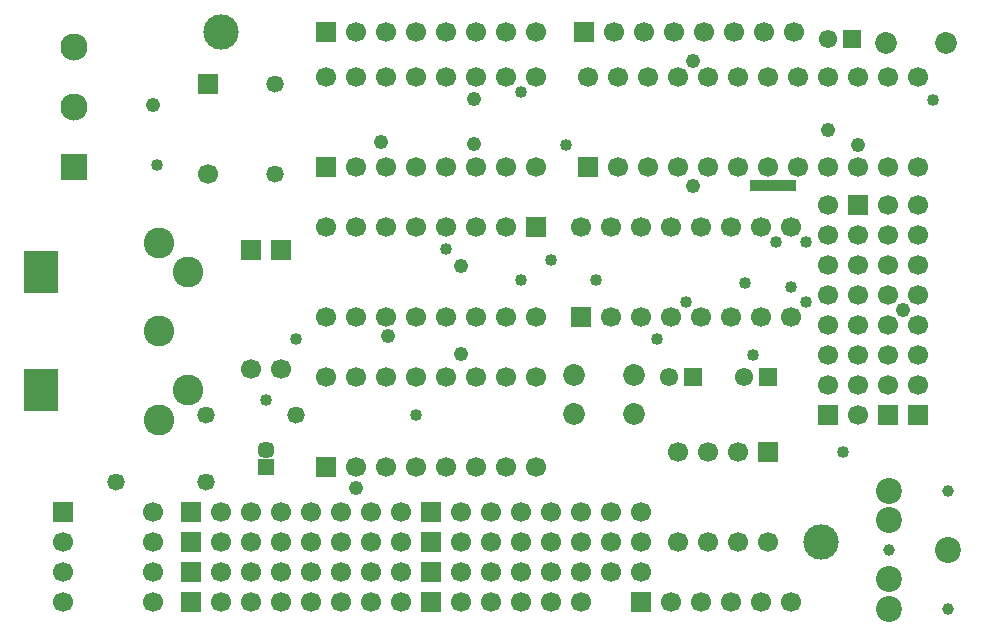
<source format=gbr>
G04 DipTrace 2.2.0.9*
%INTopMask.gbr*%
%MOMM*%
%ADD28C,1.016*%
%ADD30C,3.0*%
%ADD31C,1.0*%
%ADD41C,1.216*%
%ADD43C,2.3*%
%ADD45R,2.3X2.3*%
%ADD47C,1.47*%
%ADD49C,1.47*%
%ADD51C,2.6*%
%ADD52C,2.2*%
%ADD53R,2.9X3.6*%
%ADD56C,1.7*%
%ADD58R,1.7X1.7*%
%ADD60C,1.45*%
%ADD62R,1.45X1.45*%
%ADD64C,1.55*%
%ADD66R,1.55X1.55*%
%ADD68C,1.85*%
%FSLAX53Y53*%
%SFA1B1*%
%OFA0B0*%
G04*
G71*
G90*
G75*
G01*
%LNTopMask*%
%LPD*%
D41*
X67945Y42545D3*
X27984Y12243D3*
X70485Y41275D3*
X30687Y25122D3*
X38001Y45156D3*
Y41340D3*
X36828Y23592D3*
X36888Y31005D3*
X30051Y41499D3*
X10812Y44679D3*
X74295Y27305D3*
X56499Y37745D3*
Y48337D3*
D28*
X35616Y32436D3*
X33020Y18415D3*
X20320Y19685D3*
X45720Y41275D3*
X61595Y23495D3*
X22896Y24804D3*
X76835Y45085D3*
X60897Y29574D3*
X66040Y27940D3*
X63500Y33020D3*
X55880Y27940D3*
X44520Y31482D3*
X41910Y45720D3*
Y29845D3*
X48260D3*
X53424Y24804D3*
X66040Y33020D3*
X11130Y39591D3*
X64770Y29210D3*
X69215Y15240D3*
D68*
X46426Y21783D3*
X51506D3*
D66*
X56515Y21590D3*
D64*
X54515D3*
D68*
X46426Y18444D3*
X51506D3*
D66*
X62865Y21590D3*
D64*
X60865D3*
D66*
X69958Y50244D3*
D64*
X67958D3*
D68*
X77908Y49926D3*
X72828D3*
D62*
X20320Y13970D3*
D60*
Y15470D3*
D58*
X19050Y32385D3*
D56*
Y22285D3*
D58*
X21590Y32385D3*
D56*
Y22285D3*
D58*
X15423Y46428D3*
D56*
Y38808D3*
D30*
X16510Y50800D3*
X67310Y7620D3*
D58*
X34290Y2540D3*
D56*
X36830D3*
X39370D3*
X41910D3*
X44450D3*
X46990D3*
D58*
X52070D3*
D56*
X54610D3*
X57150D3*
X59690D3*
X62230D3*
X64770D3*
D58*
X47244Y50800D3*
D56*
X49784D3*
X52324D3*
X54864D3*
X57404D3*
X59944D3*
X62484D3*
X65024D3*
D58*
X25400D3*
D56*
X27940D3*
X30480D3*
X33020D3*
X35560D3*
X38100D3*
X40640D3*
X43180D3*
D52*
X78105Y6985D3*
X73105Y11985D3*
Y1985D3*
Y4485D3*
Y9485D3*
D31*
X78105Y1985D3*
Y11985D3*
X73105Y6985D3*
D53*
X1270Y30480D3*
Y20480D3*
D51*
X11270Y25480D3*
Y32980D3*
Y17980D3*
X13770Y30480D3*
Y20480D3*
D49*
X15240Y18415D3*
D47*
X22860D3*
D49*
X21145Y38796D3*
D47*
Y46416D3*
D49*
X15240Y12700D3*
D47*
X7620D3*
D58*
X34290Y10160D3*
D56*
X36830D3*
X39370D3*
X41910D3*
X44450D3*
X46990D3*
X49530D3*
X52070D3*
D58*
X13970Y7620D3*
D56*
X16510D3*
X19050D3*
X21590D3*
X24130D3*
X26670D3*
X29210D3*
X31750D3*
D58*
X34290D3*
D56*
X36830D3*
X39370D3*
X41910D3*
X44450D3*
X46990D3*
X49530D3*
X52070D3*
D58*
X13970Y5080D3*
D56*
X16510D3*
X19050D3*
X21590D3*
X24130D3*
X26670D3*
X29210D3*
X31750D3*
D58*
X13970Y2540D3*
D56*
X16510D3*
X19050D3*
X21590D3*
X24130D3*
X26670D3*
X29210D3*
X31750D3*
D58*
X62865Y15240D3*
D56*
X60325D3*
X57785D3*
X55245D3*
Y7620D3*
X57785D3*
X60325D3*
X62865D3*
D58*
X25400Y13970D3*
D56*
X27940D3*
X30480D3*
X33020D3*
X35560D3*
X38100D3*
X40640D3*
X43180D3*
Y21570D3*
X40640D3*
X38100D3*
X35560D3*
X33020D3*
X30480D3*
X27940D3*
X25400D3*
D58*
X47625Y39370D3*
D56*
X50165D3*
X52705D3*
X55245D3*
X57785D3*
X60325D3*
X62865D3*
X65405D3*
X67945D3*
X70485D3*
X73025D3*
X75565D3*
Y46990D3*
X73025D3*
X70485D3*
X67945D3*
X65405D3*
X62865D3*
X60325D3*
X57785D3*
X55245D3*
X52705D3*
X50165D3*
X47625D3*
D58*
X13970Y10160D3*
D56*
X16510D3*
X19050D3*
X21590D3*
X24130D3*
X26670D3*
X29210D3*
X31750D3*
D58*
X34290Y5080D3*
D56*
X36830D3*
X39370D3*
X41910D3*
X44450D3*
X46990D3*
X49530D3*
X52070D3*
D58*
X70485Y36195D3*
D56*
Y33655D3*
Y31115D3*
Y28575D3*
Y26035D3*
Y23495D3*
Y20955D3*
Y18415D3*
D58*
X73025D3*
D56*
Y20955D3*
Y23495D3*
Y26035D3*
Y28575D3*
Y31115D3*
Y33655D3*
Y36195D3*
D58*
X67945Y18415D3*
D56*
Y20955D3*
Y23495D3*
Y26035D3*
Y28575D3*
Y31115D3*
Y33655D3*
Y36195D3*
D58*
X75565Y18415D3*
D56*
Y20955D3*
Y23495D3*
Y26035D3*
Y28575D3*
Y31115D3*
Y33655D3*
Y36195D3*
D58*
X25400Y39390D3*
D56*
X27940D3*
X30480D3*
X33020D3*
X35560D3*
X38100D3*
X40640D3*
X43180D3*
Y46990D3*
X40640D3*
X38100D3*
X35560D3*
X33020D3*
X30480D3*
X27940D3*
X25400D3*
D58*
X43180Y34290D3*
D56*
X40640D3*
X38100D3*
X35560D3*
X33020D3*
X30480D3*
X27940D3*
X25400D3*
Y26690D3*
X27940D3*
X30480D3*
X33020D3*
X35560D3*
X38100D3*
X40640D3*
X43180D3*
D58*
X46990Y26670D3*
D56*
X49530D3*
X52070D3*
X54610D3*
X57150D3*
X59690D3*
X62230D3*
X64770D3*
Y34270D3*
X62230D3*
X59690D3*
X57150D3*
X54610D3*
X52070D3*
X49530D3*
X46990D3*
D58*
X3175Y10160D3*
D56*
Y7620D3*
Y5080D3*
Y2540D3*
X10795D3*
Y5080D3*
Y7620D3*
Y10160D3*
D45*
X4132Y39432D3*
D43*
Y44512D3*
Y49592D3*
G36*
X61374Y38319D2*
X65190D1*
Y37365D1*
X61374D1*
Y38319D1*
G37*
M02*

</source>
